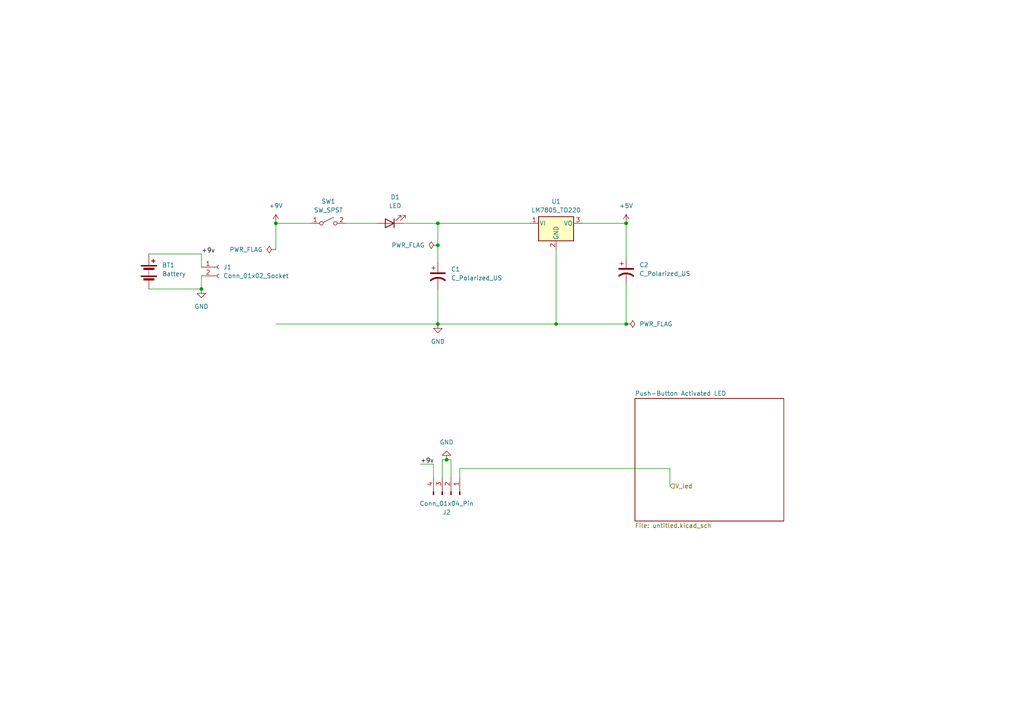
<source format=kicad_sch>
(kicad_sch (version 20230121) (generator eeschema)
  (paper "A4")
  (lib_symbols
    (symbol "Connector:Conn_01x02_Socket" (pin_names (offset 1.016) hide)
      (property "Reference" "J" (at 0 2.54 0))
      (property "Value" "Conn_01x02_Socket" (at 0 -5.08 0))
      (symbol "Conn_01x02_Socket_1_1"
        (arc (start 0 -2.032) (mid -0.5058 -2.54) (end 0 -3.048) (stroke (width 0.1524)))
        (polyline (pts (xy -1.27 -2.54) (xy -0.508 -2.54)) (stroke (width 0.1524)))
        (polyline (pts (xy -1.27 0) (xy -0.508 0)) (stroke (width 0.1524)))
        (arc (start 0 0.508) (mid -0.5058 0) (end 0 -0.508) (stroke (width 0.1524)))
        (pin passive line (at -5.08 0 0) (length 3.81) (name "Pin_1") (number "1"))
        (pin passive line (at -5.08 -2.54 0) (length 3.81) (name "Pin_2") (number "2"))
      )
    )
    (symbol "Connector:Conn_01x04_Pin" (pin_names (offset 1.016) hide)
      (property "Reference" "J" (at 0 5.08 0))
      (property "Value" "Conn_01x04_Pin" (at 0 -7.62 0))
      (symbol "Conn_01x04_Pin_1_1"
        (polyline (pts (xy 1.27 -5.08) (xy 0.8636 -5.08)) (stroke (width 0.1524)))
        (polyline (pts (xy 1.27 -2.54) (xy 0.8636 -2.54)) (stroke (width 0.1524)))
        (polyline (pts (xy 1.27 0) (xy 0.8636 0)) (stroke (width 0.1524)))
        (polyline (pts (xy 1.27 2.54) (xy 0.8636 2.54)) (stroke (width 0.1524)))
        (rectangle (start 0.8636 -4.953) (end 0 -5.207) (stroke (width 0.1524)) (fill (type outline)))
        (rectangle (start 0.8636 -2.413) (end 0 -2.667) (stroke (width 0.1524)) (fill (type outline)))
        (rectangle (start 0.8636 0.127) (end 0 -0.127) (stroke (width 0.1524)) (fill (type outline)))
        (rectangle (start 0.8636 2.667) (end 0 2.413) (stroke (width 0.1524)) (fill (type outline)))
        (pin passive line (at 5.08 2.54 180) (length 3.81) (name "Pin_1") (number "1"))
        (pin passive line (at 5.08 0 180) (length 3.81) (name "Pin_2") (number "2"))
        (pin passive line (at 5.08 -2.54 180) (length 3.81) (name "Pin_3") (number "3"))
        (pin passive line (at 5.08 -5.08 180) (length 3.81) (name "Pin_4") (number "4"))
      )
    )
    (symbol "Device:Battery" (pin_numbers hide) (pin_names (offset 0) hide)
      (property "Reference" "BT" (at 2.54 2.54 0))
      (property "Value" "Battery" (at 2.54 0 0))
      (symbol "Battery_0_1"
        (rectangle (start -2.286 -1.27) (end 2.286 -1.524) (fill (type outline)))
        (rectangle (start -2.286 1.778) (end 2.286 1.524) (fill (type outline)))
        (rectangle (start -1.524 -2.032) (end 1.524 -2.54) (fill (type outline)))
        (rectangle (start -1.524 1.016) (end 1.524 0.508) (fill (type outline)))
        (polyline (pts (xy 0 -1.016) (xy 0 -0.762)))
        (polyline (pts (xy 0 -0.508) (xy 0 -0.254)))
        (polyline (pts (xy 0 0) (xy 0 0.254)))
        (polyline (pts (xy 0 1.778) (xy 0 2.54)))
        (polyline (pts (xy 0.762 3.048) (xy 1.778 3.048)) (stroke (width 0.254)))
        (polyline (pts (xy 1.27 3.556) (xy 1.27 2.54)) (stroke (width 0.254)))
      )
      (symbol "Battery_1_1"
        (pin passive line (at 0 5.08 270) (length 2.54) (name "+") (number "1"))
        (pin passive line (at 0 -5.08 90) (length 2.54) (name "-") (number "2"))
      )
    )
    (symbol "Device:C_Polarized_US" (pin_numbers hide) (pin_names (offset 0.254) hide)
      (property "Reference" "C" (at 0.635 2.54 0))
      (property "Value" "C_Polarized_US" (at 0.635 -2.54 0))
      (symbol "C_Polarized_US_0_1"
        (polyline (pts (xy -2.032 0.762) (xy 2.032 0.762)) (stroke (width 0.508)))
        (polyline (pts (xy -1.778 2.286) (xy -0.762 2.286)))
        (polyline (pts (xy -1.27 1.778) (xy -1.27 2.794)))
        (arc (start 2.032 -1.27) (mid 0 -0.5572) (end -2.032 -1.27) (stroke (width 0.508)))
      )
      (symbol "C_Polarized_US_1_1"
        (pin passive line (at 0 3.81 270) (length 2.794) (name "~") (number "1"))
        (pin passive line (at 0 -3.81 90) (length 3.302) (name "~") (number "2"))
      )
    )
    (symbol "Device:LED" (pin_numbers hide) (pin_names (offset 1.016) hide)
      (property "Reference" "D" (at 0 2.54 0))
      (property "Value" "LED" (at 0 -2.54 0))
      (symbol "LED_0_1"
        (polyline (pts (xy -1.27 -1.27) (xy -1.27 1.27)) (stroke (width 0.254)))
        (polyline (pts (xy -1.27 0) (xy 1.27 0)))
        (polyline (pts (xy 1.27 -1.27) (xy 1.27 1.27) (xy -1.27 0) (xy 1.27 -1.27)) (stroke (width 0.254)))
        (polyline (pts (xy -3.048 -0.762) (xy -4.572 -2.286) (xy -3.81 -2.286) (xy -4.572 -2.286) (xy -4.572 -1.524)))
        (polyline (pts (xy -1.778 -0.762) (xy -3.302 -2.286) (xy -2.54 -2.286) (xy -3.302 -2.286) (xy -3.302 -1.524)))
      )
      (symbol "LED_1_1"
        (pin passive line (at -3.81 0 0) (length 2.54) (name "K") (number "1"))
        (pin passive line (at 3.81 0 180) (length 2.54) (name "A") (number "2"))
      )
    )
    (symbol "Regulator_Linear:LM7805_TO220" (pin_names (offset 0.254))
      (property "Reference" "U" (at -3.81 3.175 0))
      (property "Value" "LM7805_TO220" (at 0 3.175 0))
      (symbol "LM7805_TO220_0_1"
        (rectangle (start -5.08 1.905) (end 5.08 -5.08) (stroke (width 0.254)) (fill (type background)))
      )
      (symbol "LM7805_TO220_1_1"
        (pin power_in line (at -7.62 0 0) (length 2.54) (name "VI") (number "1"))
        (pin power_in line (at 0 -7.62 90) (length 2.54) (name "GND") (number "2"))
        (pin power_out line (at 7.62 0 180) (length 2.54) (name "VO") (number "3"))
      )
    )
    (symbol "Switch:SW_SPST" (pin_names (offset 0) hide)
      (property "Reference" "SW" (at 0 3.175 0))
      (property "Value" "SW_SPST" (at 0 -2.54 0))
      (symbol "SW_SPST_0_0"
        (circle (center -2.032 0) (radius 0.508))
        (polyline (pts (xy -1.524 0.254) (xy 1.524 1.778)))
        (circle (center 2.032 0) (radius 0.508))
      )
      (symbol "SW_SPST_1_1"
        (pin passive line (at -5.08 0 0) (length 2.54) (name "A") (number "1"))
        (pin passive line (at 5.08 0 180) (length 2.54) (name "B") (number "2"))
      )
    )
    (symbol "power:+5V" (power) (pin_names (offset 0))
      (property "Value" "+5V" (at 0 3.556 0))
      (symbol "+5V_0_1"
        (polyline (pts (xy -0.762 1.27) (xy 0 2.54)))
        (polyline (pts (xy 0 0) (xy 0 2.54)))
        (polyline (pts (xy 0 2.54) (xy 0.762 1.27)))
      )
      (symbol "+5V_1_1"
        (pin power_in line (at 0 0 90) (length 0) hide (name "+5V") (number "1"))
      )
    )
    (symbol "power:+9V" (power) (pin_names (offset 0))
      (property "Value" "+9V" (at 0 3.556 0))
      (symbol "+9V_0_1"
        (polyline (pts (xy -0.762 1.27) (xy 0 2.54)))
        (polyline (pts (xy 0 0) (xy 0 2.54)))
        (polyline (pts (xy 0 2.54) (xy 0.762 1.27)))
      )
      (symbol "+9V_1_1"
        (pin power_in line (at 0 0 90) (length 0) hide (name "+9V") (number "1"))
      )
    )
    (symbol "power:GND" (power) (pin_names (offset 0))
      (property "Value" "GND" (at 0 -3.81 0))
      (symbol "GND_0_1"
        (polyline (pts (xy 0 0) (xy 0 -1.27) (xy 1.27 -1.27) (xy 0 -2.54) (xy -1.27 -1.27) (xy 0 -1.27)))
      )
      (symbol "GND_1_1"
        (pin power_in line (at 0 0 270) (length 0) hide (name "GND") (number "1"))
      )
    )
    (symbol "power:PWR_FLAG" (power) (pin_numbers hide) (pin_names (offset 0) hide)
      (property "Value" "PWR_FLAG" (at 0 3.81 0))
      (symbol "PWR_FLAG_0_0"
        (pin power_out line (at 0 0 90) (length 0) (name "pwr") (number "1"))
      )
      (symbol "PWR_FLAG_0_1"
        (polyline (pts (xy 0 0) (xy 0 1.27) (xy -1.016 1.905) (xy 0 2.54) (xy 1.016 1.905) (xy 0 1.27)))
      )
    )
  )
  (junction (at 161.29 93.98))
  (junction (at 127 71.12))
  (junction (at 181.61 93.98))
  (junction (at 80.01 64.77))
  (junction (at 127 93.98))
  (junction (at 181.61 64.77))
  (junction (at 129.54 133.35))
  (junction (at 58.42 83.82))
  (junction (at 127 64.77))
  (wire (pts (xy 90.17 64.77) (xy 80.01 64.77)))
  (wire (pts (xy 181.61 93.98) (xy 181.61 82.55)))
  (wire (pts (xy 80.01 64.77) (xy 80.01 72.39)))
  (wire (pts (xy 181.61 74.93) (xy 181.61 64.77)))
  (wire (pts (xy 133.35 135.89) (xy 194.31 135.89)))
  (wire (pts (xy 80.01 93.98) (xy 127 93.98)))
  (wire (pts (xy 127 93.98) (xy 161.29 93.98)))
  (wire (pts (xy 130.81 133.35) (xy 129.54 133.35)))
  (wire (pts (xy 133.35 138.43) (xy 133.35 135.89)))
  (wire (pts (xy 181.61 64.77) (xy 168.91 64.77)))
  (wire (pts (xy 127 71.12) (xy 127 64.77)))
  (wire (pts (xy 194.31 135.89) (xy 194.31 140.97)))
  (wire (pts (xy 43.18 83.82) (xy 58.42 83.82)))
  (wire (pts (xy 43.18 73.66) (xy 58.42 73.66)))
  (wire (pts (xy 130.81 138.43) (xy 130.81 133.35)))
  (wire (pts (xy 125.73 138.43) (xy 125.73 134.62)))
  (wire (pts (xy 100.33 64.77) (xy 109.22 64.77)))
  (wire (pts (xy 128.27 133.35) (xy 129.54 133.35)))
  (wire (pts (xy 127 64.77) (xy 153.67 64.77)))
  (wire (pts (xy 127 83.82) (xy 127 93.98)))
  (wire (pts (xy 127 76.2) (xy 127 71.12)))
  (wire (pts (xy 161.29 72.39) (xy 161.29 93.98)))
  (wire (pts (xy 58.42 83.82) (xy 58.42 80.01)))
  (wire (pts (xy 58.42 73.66) (xy 58.42 77.47)))
  (wire (pts (xy 161.29 93.98) (xy 181.61 93.98)))
  (wire (pts (xy 121.92 134.62) (xy 125.73 134.62)))
  (wire (pts (xy 128.27 138.43) (xy 128.27 133.35)))
  (wire (pts (xy 116.84 64.77) (xy 127 64.77)))
  (label "+9v" (at 121.92 134.62 0))
  (label "+9v" (at 58.42 73.66 0))
  (hierarchical_label "V_led" (shape input) (at 194.31 140.97 0))
  (symbol (lib_id "power:+9V") (at 80.01 64.77 0) (unit 1)
    (property "Reference" "#PWR01" (effects hide))
    (property "Value" "+9V" (at 80.01 59.69 0))
  )
  (symbol (lib_id "Connector:Conn_01x02_Socket") (at 63.5 77.47 0) (unit 1)
    (property "Reference" "J1" (at 64.77 77.47 0) (effects (justify left)))
    (property "Value" "Conn_01x02_Socket" (at 64.77 80.01 0) (effects (justify left)))
  )
  (symbol (lib_id "power:PWR_FLAG") (at 181.61 93.98 270) (unit 1)
    (property "Reference" "#FLG02" (effects hide))
    (property "Value" "PWR_FLAG" (at 185.42 93.98 90) (effects (justify left)))
  )
  (symbol (lib_id "Device:C_Polarized_US") (at 181.61 78.74 0) (unit 1)
    (property "Reference" "C2" (at 185.42 76.835 0) (effects (justify left)))
    (property "Value" "C_Polarized_US" (at 185.42 79.375 0) (effects (justify left)))
  )
  (symbol (lib_id "power:GND") (at 127 93.98 0) (unit 1)
    (property "Reference" "#PWR03" (effects hide))
    (property "Value" "GND" (at 127 99.06 0))
  )
  (symbol (lib_id "Device:LED") (at 113.03 64.77 180) (unit 1)
    (property "Reference" "D1" (at 114.6175 57.15 0))
    (property "Value" "LED" (at 114.6175 59.69 0))
  )
  (symbol (lib_id "power:GND") (at 58.42 83.82 0) (unit 1)
    (property "Reference" "#PWR04" (effects hide))
    (property "Value" "GND" (at 58.42 88.9 0))
  )
  (symbol (lib_id "Device:C_Polarized_US") (at 127 80.01 0) (unit 1)
    (property "Reference" "C1" (at 130.81 78.105 0) (effects (justify left)))
    (property "Value" "C_Polarized_US" (at 130.81 80.645 0) (effects (justify left)))
  )
  (symbol (lib_id "Connector:Conn_01x04_Pin") (at 130.81 143.51 270) (mirror x) (unit 1)
    (property "Reference" "J2" (at 129.54 148.59 90))
    (property "Value" "Conn_01x04_Pin" (at 129.54 146.05 90))
  )
  (symbol (lib_id "Switch:SW_SPST") (at 95.25 64.77 0) (unit 1)
    (property "Reference" "SW1" (at 95.25 58.42 0))
    (property "Value" "SW_SPST" (at 95.25 60.96 0))
  )
  (symbol (lib_id "power:PWR_FLAG") (at 127 71.12 90) (unit 1)
    (property "Reference" "#FLG01" (effects hide))
    (property "Value" "PWR_FLAG" (at 123.19 71.12 90) (effects (justify left)))
  )
  (symbol (lib_id "Regulator_Linear:LM7805_TO220") (at 161.29 64.77 0) (unit 1)
    (property "Reference" "U1" (at 161.29 58.42 0))
    (property "Value" "LM7805_TO220" (at 161.29 60.96 0))
    (property "Footprint" "Package_TO_SOT_THT:TO-220-3_Vertical" (effects hide))
    (property "Datasheet" "https://www.onsemi.cn/PowerSolutions/document/MC7800-D.PDF" (effects hide))
  )
  (symbol (lib_id "power:GND") (at 129.54 133.35 0) (mirror x) (unit 1)
    (property "Reference" "#PWR05" (effects hide))
    (property "Value" "GND" (at 129.54 128.27 0))
  )
  (symbol (lib_id "power:PWR_FLAG") (at 80.01 72.39 90) (unit 1)
    (property "Reference" "#FLG03" (effects hide))
    (property "Value" "PWR_FLAG" (at 76.2 72.39 90) (effects (justify left)))
  )
  (symbol (lib_id "Device:Battery") (at 43.18 78.74 0) (unit 1)
    (property "Reference" "BT1" (at 46.99 76.8985 0) (effects (justify left)))
    (property "Value" "Battery" (at 46.99 79.4385 0) (effects (justify left)))
  )
  (symbol (lib_id "power:+5V") (at 181.61 64.77 0) (unit 1)
    (property "Reference" "#PWR02" (effects hide))
    (property "Value" "+5V" (at 181.61 59.69 0))
  )
  (sheet (at 184.15 115.57) (size 43.18 35.56) (stroke (width 0.1524))
    (property "Sheetname" "Push-Button Activated LED" (at 184.15 114.8584 0) (effects (justify left bottom)))
    (property "Sheetfile" "untitled.kicad_sch" (at 184.15 151.7146 0) (effects (justify left top)))
  )
)
</source>
